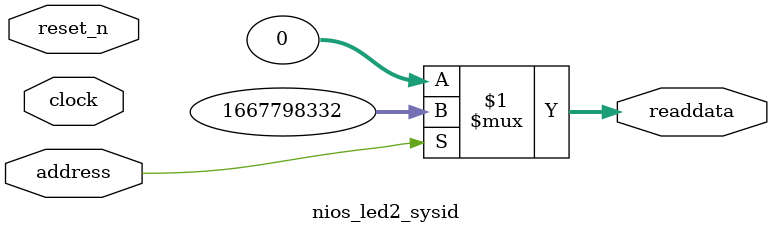
<source format=v>



// synthesis translate_off
`timescale 1ns / 1ps
// synthesis translate_on

// turn off superfluous verilog processor warnings 
// altera message_level Level1 
// altera message_off 10034 10035 10036 10037 10230 10240 10030 

module nios_led2_sysid (
               // inputs:
                address,
                clock,
                reset_n,

               // outputs:
                readdata
             )
;

  output  [ 31: 0] readdata;
  input            address;
  input            clock;
  input            reset_n;

  wire    [ 31: 0] readdata;
  //control_slave, which is an e_avalon_slave
  assign readdata = address ? 1667798332 : 0;

endmodule



</source>
